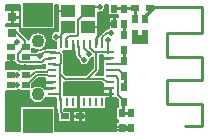
<source format=gtl>
%FSLAX24Y24*%
%MOIN*%
G70*
G01*
G75*
G04 Layer_Physical_Order=1*
G04 Layer_Color=255*
%ADD10C,0.0080*%
%ADD11R,0.0315X0.0110*%
%ADD12R,0.0250X0.0200*%
%ADD13R,0.0200X0.0250*%
%ADD14R,0.0110X0.0315*%
%ADD15R,0.0300X0.0300*%
%ADD16R,0.0472X0.0433*%
%ADD17R,0.0984X0.0787*%
%ADD18C,0.0100*%
%ADD19C,0.0050*%
%ADD20C,0.0080*%
%ADD21C,0.0433*%
%ADD22C,0.0200*%
G36*
X4825Y3000D02*
X4295D01*
Y3310D01*
X4825D01*
Y3000D01*
D02*
G37*
D10*
X3530Y3562D02*
G03*
X3458Y3504I80J-172D01*
G01*
X3420Y4240D02*
G03*
X3410Y4300I-190J0D01*
G01*
X3169Y4060D02*
G03*
X3420Y4240I61J180D01*
G01*
X3458Y3504D02*
G03*
X3389Y3471I12J-114D01*
G01*
X3458Y3504D02*
G03*
X3389Y3471I12J-114D01*
G01*
X3229Y3311D02*
G03*
X3200Y3265I81J-81D01*
G01*
X3229Y3311D02*
G03*
X3200Y3265I81J-81D01*
G01*
X2898Y2504D02*
G03*
X2995Y2556I-38J186D01*
G01*
X2407Y2638D02*
G03*
X2440Y2557I115J0D01*
G01*
X2407Y2638D02*
G03*
X2440Y2557I115J0D01*
G01*
X3191Y2069D02*
G03*
X3225Y2150I-81J81D01*
G01*
X3191Y2069D02*
G03*
X3225Y2150I-81J81D01*
G01*
X2520Y2477D02*
G03*
X2900Y2480I190J3D01*
G01*
X1847Y3438D02*
G03*
X1784Y3070I-67J-178D01*
G01*
X1466Y3106D02*
G03*
X856Y3146I-306J0D01*
G01*
X1466Y3106D02*
G03*
X856Y3146I-306J0D01*
G01*
X2045Y2670D02*
G03*
X2011Y2751I-115J0D01*
G01*
X2028Y2318D02*
G03*
X2045Y2377I-98J59D01*
G01*
X2028Y2318D02*
G03*
X2045Y2377I-98J59D01*
G01*
Y2670D02*
G03*
X2011Y2751I-115J0D01*
G01*
X2035Y2280D02*
G03*
X2028Y2318I-115J0D01*
G01*
X2035Y2280D02*
G03*
X2028Y2318I-115J0D01*
G01*
X1320Y2845D02*
G03*
X1466Y3106I-161J261D01*
G01*
X1356Y2850D02*
G03*
X1320Y2845I0J-115D01*
G01*
X1356Y2850D02*
G03*
X1320Y2845I0J-115D01*
G01*
D02*
G03*
X1466Y3106I-161J261D01*
G01*
X1310Y2295D02*
G03*
X1391Y2329I0J115D01*
G01*
X1310Y2295D02*
G03*
X1391Y2329I0J115D01*
G01*
X975Y2861D02*
G03*
X1179Y2800I184J245D01*
G01*
X1239Y2810D02*
G03*
X1285Y2826I-80J296D01*
G01*
X1239Y2810D02*
G03*
X1285Y2826I-80J296D01*
G01*
X975Y2861D02*
G03*
X1179Y2800I184J245D01*
G01*
D02*
G03*
X1097Y2745I61J-180D01*
G01*
X856Y3146D02*
G03*
X831Y3181I-106J-46D01*
G01*
X856Y3146D02*
G03*
X831Y3181I-106J-46D01*
G01*
X483Y2329D02*
G03*
X564Y2295I81J81D01*
G01*
X483Y2329D02*
G03*
X564Y2295I81J81D01*
G01*
X1080Y2205D02*
G03*
X999Y2171I0J-115D01*
G01*
X1402Y1521D02*
G03*
X975Y1579I-243J-187D01*
G01*
X1402Y1521D02*
G03*
X975Y1579I-243J-187D01*
G01*
X880Y1460D02*
G03*
X1441Y1212I279J-126D01*
G01*
X880Y1460D02*
G03*
X1441Y1212I279J-126D01*
G01*
X1815Y730D02*
G03*
X1845Y653I115J0D01*
G01*
X1815Y730D02*
G03*
X1845Y653I115J0D01*
G01*
X1080Y2205D02*
G03*
X999Y2171I0J-115D01*
G01*
X555Y2150D02*
G03*
X485Y2169I-85J-170D01*
G01*
X475Y1460D02*
G03*
X545Y1475I-5J190D01*
G01*
X3610Y3905D02*
Y3975D01*
X3660Y3905D02*
Y3975D01*
X3495Y3980D02*
X3530D01*
X3710Y3905D02*
Y3975D01*
X3830Y3905D02*
Y3975D01*
X3530D02*
X3830D01*
X3410Y4300D02*
X3495D01*
Y4300D02*
X3495Y3980D01*
X3410Y4300D02*
X3495D01*
X3420Y4250D02*
X3495D01*
X3416Y4200D02*
X3495D01*
X3760Y3905D02*
Y3975D01*
X3810Y3905D02*
Y3975D01*
X3530Y3905D02*
X3830D01*
X3560D02*
Y3975D01*
X3510Y3552D02*
Y3980D01*
X3460Y3507D02*
Y4300D01*
X3530Y3562D02*
Y3905D01*
X3169Y3950D02*
X3830D01*
X3169Y3900D02*
X3530D01*
X3169Y4000D02*
X3495D01*
X3169Y3800D02*
X3530D01*
X3169Y3750D02*
X3530D01*
X3169Y3850D02*
X3530D01*
X3397Y4150D02*
X3495D01*
X3358Y4100D02*
X3495D01*
X3169Y4050D02*
X3495D01*
X3169Y3650D02*
X3530D01*
X3169Y3600D02*
X3530D01*
X3169Y3700D02*
X3530D01*
X3169Y3550D02*
X3508D01*
X3410Y3488D02*
Y4179D01*
X3360Y3443D02*
Y4101D01*
X3229Y3311D02*
X3389Y3471D01*
X3169Y3500D02*
X3437D01*
X3338Y2590D02*
Y2645D01*
Y2590D02*
Y2645D01*
X3225Y2600D02*
X3338D01*
Y2487D02*
Y2590D01*
X3225Y2400D02*
X3338D01*
Y2394D02*
Y2487D01*
Y2290D02*
Y2394D01*
Y2487D01*
Y2197D02*
Y2290D01*
Y2197D02*
Y2290D01*
Y2000D02*
Y2093D01*
Y2000D02*
Y2093D01*
Y2197D01*
X3282Y1745D02*
X3338Y1689D01*
Y1606D02*
Y1689D01*
Y1503D02*
Y1606D01*
Y1689D01*
Y1409D02*
Y1503D01*
Y1409D02*
Y1503D01*
X3225Y2645D02*
X3338D01*
X3225Y2550D02*
X3338D01*
X3169Y3450D02*
X3367D01*
X3225Y2450D02*
X3338D01*
X3225Y2500D02*
X3338D01*
X3225Y2300D02*
X3338D01*
X3225Y2250D02*
X3338D01*
X3225Y2350D02*
X3338D01*
X3225Y2150D02*
X3338D01*
X3225Y2200D02*
X3338D01*
X3214Y2100D02*
X3338D01*
X3173Y2050D02*
X3338D01*
X3123Y2000D02*
X3338D01*
X2035Y1600D02*
X3338D01*
X2035Y1650D02*
X3338D01*
X3098Y1975D02*
X3330D01*
X2035Y1550D02*
X3338D01*
X2035Y1500D02*
X3338D01*
X2035Y1400D02*
X3338D01*
X2035Y1450D02*
X3338D01*
X3310Y3393D02*
Y4068D01*
X3260Y3343D02*
Y4052D01*
X3169Y3400D02*
X3317D01*
X3169Y3350D02*
X3267D01*
X3169Y3871D02*
Y4060D01*
X3210Y3287D02*
Y4051D01*
X3169Y3809D02*
Y3871D01*
Y3300D02*
X3219D01*
X3169Y3809D02*
Y3871D01*
Y3265D02*
X3200D01*
X3225Y2150D02*
Y2645D01*
X3169Y3265D02*
Y3809D01*
X3310Y1975D02*
Y2645D01*
X3260Y1975D02*
Y2645D01*
X2410Y1975D02*
Y2611D01*
X2407Y2638D02*
Y2770D01*
X2440Y2557D02*
X2520Y2477D01*
X2375Y2770D02*
X2407D01*
X2375D02*
X2407D01*
X2041Y2700D02*
X2407D01*
X2045Y2600D02*
X2413D01*
X2045Y2650D02*
X2407D01*
X2271Y2770D02*
X2375D01*
X2178D02*
X2271D01*
X2178D02*
X2271D01*
X2075D02*
X2178D01*
X2310Y1975D02*
Y2770D01*
X2360Y1975D02*
Y2770D01*
X2260Y1975D02*
Y2770D01*
X2160Y1975D02*
Y2770D01*
X2210Y1975D02*
Y2770D01*
X2110Y1975D02*
Y2770D01*
X2060Y2023D02*
Y2770D01*
X2045Y2377D02*
Y2670D01*
X2882Y2400D02*
X2995D01*
Y2198D02*
Y2556D01*
X2849Y2350D02*
X2995D01*
X2771Y2300D02*
X2995D01*
X2960Y2163D02*
Y2528D01*
X2910Y2113D02*
Y2507D01*
X2898Y2450D02*
X2995D01*
X2860Y2063D02*
Y2363D01*
X2810Y2013D02*
Y2318D01*
X3098Y1975D02*
X3191Y2069D01*
X3210Y1975D02*
Y2093D01*
X2772Y1975D02*
X2995Y2198D01*
X3160Y1975D02*
Y2037D01*
X2820Y1745D02*
X3282D01*
X2610Y1975D02*
Y2318D01*
X2760Y1975D02*
Y2297D01*
X2560Y1975D02*
Y2363D01*
X2710Y1975D02*
Y2290D01*
X2660Y1975D02*
Y2297D01*
X2035Y2250D02*
X2995D01*
X2035Y2200D02*
X2995D01*
X2035Y2100D02*
X2897D01*
X2035Y2150D02*
X2947D01*
X2045Y2500D02*
X2497D01*
X2045Y2450D02*
X2522D01*
X2045Y2550D02*
X2447D01*
X2045Y2400D02*
X2538D01*
X2042Y2350D02*
X2571D01*
X2083Y2000D02*
X2797D01*
X2108Y1975D02*
X2772D01*
X2035Y2050D02*
X2847D01*
X2060Y1745D02*
X2820D01*
X2035Y1700D02*
X3327D01*
X2460Y1975D02*
Y2537D01*
X2510Y1975D02*
Y2487D01*
X2035Y2048D02*
Y2280D01*
Y1360D02*
Y1748D01*
Y2048D02*
X2108Y1975D01*
X3785Y1212D02*
X3830Y1167D01*
X3453Y1150D02*
X3830D01*
X3453Y1100D02*
X3830D01*
X3453Y1000D02*
X3830D01*
X3453Y950D02*
X3830D01*
X3453Y1050D02*
X3830D01*
X3338Y1329D02*
Y1409D01*
X3453Y1200D02*
X3797D01*
X3453Y1212D02*
X3785D01*
X3710Y110D02*
Y1212D01*
X3760Y110D02*
Y1212D01*
X3660Y110D02*
Y1212D01*
X3830Y915D02*
Y1167D01*
X3810Y915D02*
Y1187D01*
X3460Y110D02*
Y1212D01*
X3510Y110D02*
Y1212D01*
X3453Y834D02*
Y1212D01*
X3610Y110D02*
Y1212D01*
X3560Y110D02*
Y1212D01*
X3260Y1329D02*
Y1745D01*
X3310Y1329D02*
Y1717D01*
X3210Y1329D02*
Y1745D01*
X3162Y1329D02*
X3338D01*
X2035Y1350D02*
X3338D01*
X3060Y1329D02*
Y1745D01*
X3110Y1329D02*
Y1745D01*
X3010Y1329D02*
Y1745D01*
X3160Y1329D02*
Y1745D01*
X3059Y1329D02*
X3162D01*
X2910D02*
Y1745D01*
X2960Y1329D02*
Y1745D01*
X2862Y1329D02*
X2966D01*
X3059D01*
X2966D02*
X3059D01*
X2810D02*
Y1745D01*
X2860Y1329D02*
Y1745D01*
X2769Y1329D02*
X2862D01*
X2769D02*
X2862D01*
X2665D02*
X2769D01*
X3780Y915D02*
X3830D01*
X3780Y485D02*
X3830D01*
X3453Y850D02*
X3780D01*
X3810Y415D02*
Y485D01*
X3830Y415D02*
Y485D01*
X3780Y415D02*
X3830D01*
X3453Y900D02*
X3780D01*
Y485D02*
Y915D01*
X3256Y834D02*
X3453D01*
X3059Y834D02*
X3256D01*
X2966D02*
X3059D01*
X3310Y110D02*
Y834D01*
X3360Y110D02*
Y834D01*
X3260Y110D02*
Y834D01*
X3780Y110D02*
Y415D01*
X3410Y110D02*
Y834D01*
X3060Y110D02*
Y834D01*
X3110Y110D02*
Y834D01*
X3010Y110D02*
Y834D01*
X3210Y110D02*
Y834D01*
X3160Y110D02*
Y834D01*
X2966D02*
X3059D01*
X2775Y750D02*
X3780D01*
X2044Y800D02*
X3780D01*
X2775Y650D02*
X3780D01*
X2775Y700D02*
X3780D01*
X2769Y834D02*
X2862D01*
X2966D01*
X2769D02*
X2862D01*
X2665D02*
X2769D01*
X2345Y790D02*
X2775D01*
Y600D02*
X3780D01*
X2960Y110D02*
Y834D01*
X2775Y550D02*
X3780D01*
X2775Y450D02*
X3830D01*
X2775Y500D02*
X3780D01*
X2860Y110D02*
Y834D01*
X2910Y110D02*
Y834D01*
X2810Y110D02*
Y834D01*
X2775Y410D02*
Y790D01*
X2345Y410D02*
X2775D01*
X2710Y1329D02*
Y1745D01*
X2760Y1329D02*
Y1745D01*
X2610Y1329D02*
Y1745D01*
X2572Y1329D02*
X2665D01*
X2660D02*
Y1745D01*
X2572Y1329D02*
X2665D01*
X2510D02*
Y1745D01*
X2560Y1329D02*
Y1745D01*
X2460Y1329D02*
Y1745D01*
X2468Y1329D02*
X2572D01*
X2610Y790D02*
Y834D01*
X2660Y790D02*
Y834D01*
X2572D02*
X2665D01*
X2710Y790D02*
Y834D01*
X2572D02*
X2665D01*
X2510Y790D02*
Y834D01*
X2468D02*
X2572D01*
X2460Y790D02*
Y834D01*
X2410Y790D02*
Y834D01*
X2375Y1329D02*
X2468D01*
X2410D02*
Y1745D01*
X2360Y1329D02*
Y1745D01*
X2375Y1329D02*
X2468D01*
X2271D02*
X2375D01*
X2260D02*
Y1745D01*
X2310Y1329D02*
Y1745D01*
X2060Y1329D02*
Y1745D01*
X2210Y1329D02*
Y1745D01*
X2178Y1329D02*
X2271D01*
X2178D02*
X2271D01*
X2375Y834D02*
X2468D01*
X2035Y1329D02*
X2178D01*
X2375Y834D02*
X2468D01*
X2075D02*
X2178D01*
X2110Y1329D02*
Y1745D01*
X2160Y1329D02*
Y1745D01*
X2035Y1329D02*
Y1360D01*
X2110Y790D02*
Y834D01*
X2044D02*
X2075D01*
X2560Y790D02*
Y834D01*
X2760Y790D02*
Y834D01*
X2360Y790D02*
Y834D01*
X2345Y410D02*
Y790D01*
X2275Y410D02*
Y790D01*
Y700D02*
X2345D01*
X2275Y750D02*
X2345D01*
X2610Y110D02*
Y410D01*
X2660Y110D02*
Y410D01*
X2560Y110D02*
Y410D01*
X2760Y110D02*
Y410D01*
X2710Y110D02*
Y410D01*
X2360Y110D02*
Y410D01*
X2410Y110D02*
Y410D01*
X2310Y110D02*
Y834D01*
X2510Y110D02*
Y410D01*
X2460Y110D02*
Y410D01*
X2271Y834D02*
X2375D01*
X2260Y790D02*
Y834D01*
X2178D02*
X2271D01*
X2178D02*
X2271D01*
X2044Y790D02*
X2275D01*
X2160D02*
Y834D01*
X2210Y790D02*
Y834D01*
X2044Y833D02*
X2075D01*
X2060Y790D02*
Y833D01*
X2044Y790D02*
Y833D01*
X2275Y600D02*
X2345D01*
X2275Y550D02*
X2345D01*
X2275Y650D02*
X2345D01*
X2275Y450D02*
X2345D01*
X2275Y500D02*
X2345D01*
X2110Y110D02*
Y410D01*
X2160Y110D02*
Y410D01*
X2060Y110D02*
Y410D01*
X2260Y110D02*
Y410D01*
X2210Y110D02*
Y410D01*
X1742Y4100D02*
X1847D01*
Y3871D02*
Y4300D01*
X1742Y4050D02*
X1847D01*
X1742Y3950D02*
X1847D01*
X1742Y3900D02*
X1847D01*
X1742Y4000D02*
X1847D01*
X1742Y4300D02*
X1847D01*
X1742Y4250D02*
X1847D01*
X1742Y4300D02*
X1847D01*
X1742Y4150D02*
X1847D01*
X1742Y4200D02*
X1847D01*
Y3809D02*
Y3871D01*
Y3809D02*
Y3871D01*
X1742Y3850D02*
X1847D01*
X1742Y3750D02*
X1847D01*
X1742Y3800D02*
X1847D01*
X1760Y3449D02*
Y4300D01*
X1810Y3448D02*
Y4300D01*
X1742Y3508D02*
Y4300D01*
X1847Y3438D02*
Y3809D01*
X1742Y3700D02*
X1847D01*
X1742Y3600D02*
X1847D01*
X1742Y3550D02*
X1847D01*
X1742Y3650D02*
X1847D01*
X563Y3450D02*
X1847D01*
X560Y3500D02*
X1847D01*
X1710Y3437D02*
Y3508D01*
X1660Y3407D02*
Y3508D01*
X577D02*
X1742D01*
X1345Y3350D02*
X1613D01*
X1245Y3400D02*
X1652D01*
X1610Y3345D02*
Y3508D01*
X1560Y2881D02*
Y3508D01*
X1510Y2881D02*
Y3508D01*
X1397Y3300D02*
X1594D01*
X1410Y3282D02*
Y3508D01*
X1460Y3166D02*
Y3508D01*
X1360Y3338D02*
Y3508D01*
X1710Y2881D02*
Y3083D01*
X1760Y2881D02*
Y3071D01*
X1466Y3100D02*
X1678D01*
X1461Y3050D02*
X1784D01*
Y2881D02*
Y3070D01*
X1447Y3000D02*
X1784D01*
X1463Y3150D02*
X1625D01*
X1610Y2881D02*
Y3175D01*
X1451Y3200D02*
X1600D01*
X1660Y2881D02*
Y3113D01*
X1460Y2881D02*
Y3046D01*
X1993Y2770D02*
X2075D01*
X1993Y2770D02*
X2075D01*
X2033Y2300D02*
X2649D01*
X2013Y2750D02*
X2407D01*
X1430Y3250D02*
X1590D01*
X1423Y2950D02*
X1784D01*
X1402Y2881D02*
X1784D01*
X1387Y2900D02*
X1784D01*
X1410Y2881D02*
Y2929D01*
X1402Y2850D02*
Y2881D01*
X1356Y2850D02*
X1402D01*
X1343Y2300D02*
X1402D01*
Y2290D02*
Y2340D01*
Y2205D02*
Y2290D01*
X110Y2250D02*
X1402D01*
X1360Y2205D02*
Y2306D01*
X1310Y2205D02*
Y2295D01*
X1080Y2205D02*
X1402D01*
X460Y4160D02*
Y4300D01*
X510Y4160D02*
Y4300D01*
X410Y4160D02*
Y4300D01*
X560Y3680D02*
Y4160D01*
X510Y3620D02*
Y3680D01*
X410Y3620D02*
Y3680D01*
X310Y4160D02*
Y4300D01*
X360Y4160D02*
Y4300D01*
Y3620D02*
Y3680D01*
X310Y3620D02*
Y3680D01*
X960Y3339D02*
Y3508D01*
X910Y3284D02*
Y3508D01*
X860Y3171D02*
Y3508D01*
X1260Y3395D02*
Y3508D01*
X1210Y3408D02*
Y3508D01*
X577D02*
Y4300D01*
X560Y3453D02*
Y4300D01*
X460Y3620D02*
Y3680D01*
X810Y3203D02*
Y3508D01*
X560Y3453D02*
Y3620D01*
X110Y4300D02*
X577D01*
X110Y4250D02*
X577D01*
X110Y4300D02*
X577D01*
X110Y4160D02*
X560D01*
X110Y4200D02*
X577D01*
X110Y4160D02*
Y4300D01*
X160Y4160D02*
Y4300D01*
X110Y4160D02*
Y4300D01*
X260Y4160D02*
Y4300D01*
X210Y4160D02*
Y4300D01*
X110Y3680D02*
X560D01*
X110Y3620D02*
X560D01*
X110Y3650D02*
X577D01*
X110Y3620D02*
Y3680D01*
X160Y3620D02*
Y3680D01*
X110Y3620D02*
Y3680D01*
X260Y3620D02*
Y3680D01*
X210Y3620D02*
Y3680D01*
X1160Y3412D02*
Y3508D01*
X1310Y3373D02*
Y3508D01*
X1110Y3408D02*
Y3508D01*
X1060Y3396D02*
Y3508D01*
X1010Y3373D02*
Y3508D01*
X975Y2800D02*
X1139D01*
X975Y2780D02*
Y2861D01*
X1110Y2759D02*
Y2803D01*
X975Y2750D02*
X1101D01*
X1260Y2205D02*
Y2295D01*
X1210Y2205D02*
Y2295D01*
X1010Y2745D02*
Y2838D01*
X1060Y2745D02*
Y2816D01*
X975Y2745D02*
Y2780D01*
Y2745D02*
X1097D01*
X975D02*
Y2780D01*
X663Y3350D02*
X974D01*
X713Y3300D02*
X922D01*
X613Y3400D02*
X1073D01*
X813Y3200D02*
X868D01*
X763Y3250D02*
X889D01*
X660Y3353D02*
Y3508D01*
X710Y3303D02*
Y3508D01*
X610Y3403D02*
Y3508D01*
X760Y3253D02*
Y3508D01*
X560Y3453D02*
X831Y3181D01*
X564Y2295D02*
X1310D01*
X419Y2393D02*
X483Y2329D01*
X110Y2400D02*
X412D01*
X110Y2300D02*
X531D01*
X110Y2350D02*
X462D01*
X1402Y1803D02*
Y1875D01*
Y1803D02*
Y1875D01*
Y2205D02*
Y2290D01*
X1441Y1212D02*
X1784D01*
X1402Y1699D02*
Y1803D01*
Y1606D02*
Y1699D01*
X1360Y1566D02*
Y1875D01*
X1402Y1521D02*
Y1606D01*
Y1699D01*
X1710Y932D02*
Y1212D01*
X1760Y110D02*
Y1212D01*
X1660Y932D02*
Y1212D01*
X1784Y833D02*
Y1212D01*
X1435Y1200D02*
X1784D01*
X1560Y932D02*
Y1212D01*
X1610Y932D02*
Y1212D01*
X1510Y932D02*
Y1212D01*
X1460Y932D02*
Y1212D01*
X1410Y932D02*
Y1158D01*
X1178Y1875D02*
X1402D01*
X1153Y1850D02*
X1402D01*
X1103Y1800D02*
X1402D01*
X1053Y1750D02*
X1402D01*
X975Y1650D02*
X1402D01*
X1110Y2205D02*
Y2295D01*
X1160Y2205D02*
Y2295D01*
X1003Y1700D02*
X1402D01*
X975Y1672D02*
X1178Y1875D01*
X1312Y1600D02*
X1402D01*
X1260Y1624D02*
Y1875D01*
X1310Y1601D02*
Y1875D01*
X1210Y1636D02*
Y1875D01*
X1160Y1641D02*
Y1857D01*
X1110Y1637D02*
Y1807D01*
X1815Y730D02*
Y833D01*
X1741Y500D02*
X1845D01*
Y410D02*
Y653D01*
X1741Y450D02*
X1845D01*
X1741Y850D02*
X1784D01*
Y833D02*
X1815D01*
X1741Y900D02*
X1784D01*
X1741Y750D02*
X1815D01*
X1741Y800D02*
X1815D01*
X1845Y410D02*
X2275D01*
X2010Y110D02*
Y410D01*
X1741Y200D02*
X3780D01*
X1741Y110D02*
X3780D01*
X1741Y150D02*
X3780D01*
X1810Y110D02*
Y833D01*
X1860Y110D02*
Y410D01*
X1741Y110D02*
Y932D01*
X1960Y110D02*
Y410D01*
X1910Y110D02*
Y410D01*
X1404Y1150D02*
X1784D01*
X1357Y1100D02*
X1784D01*
X1274Y1050D02*
X1784D01*
X110Y950D02*
X1784D01*
X110Y1000D02*
X1784D01*
X1310Y932D02*
Y1067D01*
X1360Y932D02*
Y1102D01*
X1110Y932D02*
Y1032D01*
X1160Y932D02*
Y1028D01*
X577Y932D02*
X1741D01*
Y400D02*
X3780D01*
X1741Y350D02*
X3780D01*
X1741Y650D02*
X1845D01*
X1741Y250D02*
X3780D01*
X1741Y300D02*
X3780D01*
X1260Y932D02*
Y1045D01*
X1741Y700D02*
X1819D01*
X1210Y932D02*
Y1032D01*
X1741Y550D02*
X1845D01*
X1741Y600D02*
X1845D01*
X910Y2170D02*
Y2295D01*
X960Y2170D02*
Y2295D01*
X860Y2170D02*
Y2295D01*
X1060Y2203D02*
Y2295D01*
X1010Y2181D02*
Y2295D01*
X610Y2170D02*
Y2295D01*
X660Y2170D02*
Y2295D01*
X560Y2170D02*
Y2295D01*
X810Y2170D02*
Y2295D01*
X760Y2170D02*
Y2295D01*
X1060Y1624D02*
Y1757D01*
X1010Y1602D02*
Y1707D01*
X555Y2170D02*
X985D01*
X975Y1600D02*
X1007D01*
X975Y1579D02*
Y1672D01*
X860Y1400D02*
Y1460D01*
X760Y932D02*
Y1460D01*
X710Y2170D02*
Y2295D01*
Y932D02*
Y1460D01*
X660Y932D02*
Y1460D01*
X410Y2170D02*
Y2400D01*
X460Y2170D02*
Y2352D01*
X360Y2170D02*
Y2400D01*
X110Y2170D02*
X470D01*
X110Y2200D02*
X1047D01*
X110Y2170D02*
Y2400D01*
X210Y2170D02*
Y2400D01*
X110Y2170D02*
Y2400D01*
X310Y2170D02*
Y2400D01*
X260Y2170D02*
Y2400D01*
X510Y2166D02*
Y2309D01*
X545Y1460D02*
X880D01*
X510Y110D02*
Y1464D01*
X310Y110D02*
Y1460D01*
X360Y110D02*
Y1460D01*
X160Y2170D02*
Y2400D01*
X260Y110D02*
Y1460D01*
X110Y110D02*
Y1460D01*
Y1400D02*
X860D01*
X110Y1250D02*
X865D01*
X110Y1450D02*
X876D01*
X110Y1200D02*
X884D01*
X910Y932D02*
Y1156D01*
X110Y1150D02*
X914D01*
X610Y932D02*
Y1460D01*
X810Y932D02*
Y1460D01*
X110D02*
X470D01*
X860Y932D02*
Y1269D01*
X110Y1300D02*
X855D01*
X960Y932D02*
Y1101D01*
X1010Y932D02*
Y1067D01*
X560Y110D02*
Y1460D01*
X1060Y932D02*
Y1044D01*
X577Y110D02*
Y932D01*
X160Y110D02*
Y1460D01*
X210Y110D02*
Y1460D01*
X110Y110D02*
Y1460D01*
X460Y110D02*
Y1460D01*
X410Y110D02*
Y1460D01*
X110Y1100D02*
X962D01*
X110Y1050D02*
X1045D01*
X110Y1350D02*
X853D01*
X110Y850D02*
X577D01*
X110Y900D02*
X577D01*
X110Y750D02*
X577D01*
X110Y700D02*
X577D01*
X110Y800D02*
X577D01*
X110Y600D02*
X577D01*
X110Y650D02*
X577D01*
X110Y250D02*
X577D01*
X110Y200D02*
X577D01*
X110Y300D02*
X577D01*
X110Y110D02*
X577D01*
X110Y150D02*
X577D01*
X110Y500D02*
X577D01*
X110Y450D02*
X577D01*
X110Y550D02*
X577D01*
X110Y350D02*
X577D01*
X110Y400D02*
X577D01*
X2840Y3580D02*
X3210D01*
X3230Y3600D02*
Y3700D01*
X3210Y3580D02*
X3230Y3600D01*
X3670Y160D02*
X4310D01*
X3670Y250D02*
X4290D01*
X1760Y4110D02*
X1770Y4120D01*
X2150D01*
D11*
X1650Y1358D02*
D03*
X1650Y1948D02*
D03*
Y2145D02*
D03*
Y1554D02*
D03*
X3586Y1358D02*
D03*
Y1554D02*
D03*
Y2145D02*
D03*
Y2342D02*
D03*
Y2539D02*
D03*
Y1751D02*
D03*
Y1948D02*
D03*
X1650Y2736D02*
D03*
Y2539D02*
D03*
Y1751D02*
D03*
Y2342D02*
D03*
X3586Y2736D02*
D03*
D12*
X760Y2920D02*
D03*
X260D02*
D03*
X2060Y600D02*
D03*
X2560D02*
D03*
X760Y1650D02*
D03*
X770Y1980D02*
D03*
X270D02*
D03*
X760Y2590D02*
D03*
X260D02*
D03*
Y1650D02*
D03*
X4410Y4210D02*
D03*
X4910D02*
D03*
D13*
X4050Y3690D02*
D03*
Y4190D02*
D03*
X4740Y3350D02*
D03*
X4050Y3320D02*
D03*
Y2820D02*
D03*
X3970Y700D02*
D03*
Y200D02*
D03*
X3720Y4190D02*
D03*
X4280Y700D02*
D03*
Y200D02*
D03*
X4050Y1580D02*
D03*
Y1080D02*
D03*
X3720Y3690D02*
D03*
X4050Y1950D02*
D03*
Y2450D02*
D03*
X4400Y3340D02*
D03*
Y3840D02*
D03*
X4740Y3850D02*
D03*
D14*
X2126Y1081D02*
D03*
X2323D02*
D03*
X2717D02*
D03*
X2914D02*
D03*
X1930Y1080D02*
D03*
X3111Y1081D02*
D03*
X2520D02*
D03*
X3307Y3017D02*
D03*
X3111Y3017D02*
D03*
X2520D02*
D03*
X2323D02*
D03*
X2126D02*
D03*
X2914D02*
D03*
X2717D02*
D03*
X1930Y3017D02*
D03*
X3307Y1082D02*
D03*
D15*
X320Y3380D02*
D03*
Y3920D02*
D03*
D16*
X2843Y3565D02*
D03*
Y4116D02*
D03*
X2173Y3565D02*
D03*
Y4116D02*
D03*
D17*
X1159Y448D02*
D03*
X1159Y3992D02*
D03*
D18*
X3720Y3690D02*
Y3865D01*
X3570Y3690D02*
X3720D01*
X3378Y2539D02*
X3586D01*
X3378Y1554D02*
X3586D01*
X3111Y3017D02*
Y3225D01*
X2323Y2810D02*
Y3017D01*
X3378Y1358D02*
X3586D01*
Y1252D02*
Y1358D01*
X2520Y1081D02*
Y1289D01*
Y874D02*
Y1081D01*
X2560Y600D02*
Y750D01*
Y600D02*
X2735D01*
X2560Y450D02*
Y600D01*
X2385D02*
X2560D01*
X320Y3920D02*
Y4120D01*
Y3920D02*
X520D01*
X320Y3720D02*
Y3920D01*
X260Y2440D02*
Y2590D01*
X1442Y1554D02*
X1650D01*
X1442Y1751D02*
X1650D01*
X4000Y700D02*
X4280D01*
X4060Y1550D02*
Y1960D01*
X4050Y2440D02*
Y2790D01*
Y3280D02*
Y3640D01*
X4000Y700D02*
Y1110D01*
X3581Y1331D02*
Y1528D01*
X5050Y4260D02*
X6630D01*
Y3387D02*
Y4260D01*
X5471Y3387D02*
X6630D01*
X5471Y2577D02*
Y3387D01*
Y2577D02*
X6630D01*
Y1797D02*
Y2577D01*
X5461Y1797D02*
X6630D01*
X5461Y1027D02*
Y1797D01*
Y1027D02*
X6630D01*
Y287D02*
Y1027D01*
X6070Y287D02*
X6630D01*
X4710Y3920D02*
X5050Y4260D01*
X4410Y3880D02*
Y4210D01*
X4400Y3870D02*
X4410Y3880D01*
X3700Y4210D02*
X4410D01*
X4700Y3920D02*
X4710D01*
D19*
X3044Y2760D02*
X3500D01*
X2060Y1860D02*
X3330D01*
X1618Y2720D02*
X1880D01*
X1920Y1160D02*
Y2280D01*
X3110Y2150D02*
Y2760D01*
X2820Y1860D02*
X3110Y2150D01*
X1918Y1358D02*
X1920Y1360D01*
X1650Y1358D02*
X1918D01*
X2850Y2670D02*
Y2740D01*
X3500Y2760D02*
X3540Y2720D01*
X3470Y3390D02*
X3640D01*
X3310Y2951D02*
Y3230D01*
X3470Y3390D01*
X3520Y2720D02*
Y3130D01*
X260Y2900D02*
X300D01*
X470Y3070D01*
X280Y2920D02*
X290Y2910D01*
X470Y3070D02*
X480D01*
X820Y1940D02*
X930D01*
X785Y1685D02*
X825D01*
X930Y1940D02*
X1080Y2090D01*
X500Y2680D02*
X720Y2900D01*
X500Y2474D02*
Y2680D01*
Y2474D02*
X564Y2410D01*
X750Y2930D02*
Y3100D01*
X450Y3400D02*
X750Y3100D01*
X1930Y730D02*
Y1080D01*
Y730D02*
X2070Y590D01*
X1080Y2090D02*
X1460D01*
X1500Y2130D02*
X1650D01*
X1460Y2090D02*
X1500Y2130D01*
X825Y1685D02*
X1130Y1990D01*
X1480D01*
X1600Y1940D02*
X1610Y1930D01*
X1530Y1940D02*
X1600D01*
X1480Y1990D02*
X1530Y1940D01*
X1637Y1560D02*
X1659Y1538D01*
X4000Y1110D02*
Y1160D01*
X3460Y1730D02*
X3546D01*
X3330Y1860D02*
X3460Y1730D01*
X564Y2410D02*
X1310D01*
X1920Y1160D02*
X1930Y1150D01*
X1240Y2620D02*
X1356Y2736D01*
X1220Y2630D02*
X1230Y2640D01*
X780Y2630D02*
X1220D01*
X1356Y2736D02*
X1650D01*
X1930Y1990D02*
X2060Y1860D01*
X3623Y2130D02*
X3633Y2140D01*
X3640Y2330D02*
X3650Y2340D01*
X3720Y3690D02*
Y3740D01*
X2720Y2870D02*
X2850Y2740D01*
X2720Y2870D02*
Y2970D01*
X3581Y1932D02*
X3758D01*
X1590Y1740D02*
X1605Y1725D01*
X1876Y2324D02*
X1930Y2377D01*
X1876Y2324D02*
X1920Y2280D01*
X1310Y2410D02*
X1420Y2520D01*
X1931Y3301D02*
X2180Y3550D01*
X1931Y2951D02*
Y3301D01*
X1780Y3260D02*
X1931D01*
X2900Y2960D02*
X2910Y2970D01*
Y2894D02*
X3044Y2760D01*
X2910Y2894D02*
Y2970D01*
X2522Y2638D02*
X2680Y2480D01*
X2522Y2638D02*
Y2951D01*
X1720Y2324D02*
X1876D01*
X2510Y3310D02*
Y3800D01*
X2473Y3273D02*
X2510Y3310D01*
X1420Y2520D02*
X1600D01*
X2860Y4090D02*
X3010Y4240D01*
X3230D01*
X2120Y2940D02*
Y3180D01*
X2510Y3800D02*
X2810Y4100D01*
X2212Y3273D02*
X2473D01*
X2120Y3180D02*
X2212Y3273D01*
X3309Y2951D02*
Y3089D01*
X3310Y3090D01*
X1930Y2377D02*
Y2670D01*
X3840Y1320D02*
X4000Y1160D01*
X3840Y1320D02*
Y1850D01*
X3758Y1932D02*
X3840Y1850D01*
X1618Y2720D02*
Y2735D01*
X1880Y2720D02*
X1930Y2670D01*
X320Y3400D02*
X450D01*
D20*
X3112Y3197D02*
X3190Y3275D01*
X3960Y2340D02*
X4050Y2430D01*
X3880Y2140D02*
X4060Y1960D01*
X3633Y2140D02*
X3880D01*
X3650Y2340D02*
X3960D01*
X3190Y3275D02*
Y3460D01*
X3112Y2991D02*
Y3197D01*
D21*
X1159Y1334D02*
D03*
Y3106D02*
D03*
D22*
X480Y3070D02*
D03*
X4720Y3100D02*
D03*
X2690Y1480D02*
D03*
X3140Y1440D02*
D03*
X2520Y2260D02*
D03*
X470Y1650D02*
D03*
X1610Y1090D02*
D03*
X2180Y1430D02*
D03*
X2980Y230D02*
D03*
X2100Y2250D02*
D03*
X830Y3290D02*
D03*
X470Y1980D02*
D03*
X1810Y4120D02*
D03*
X3380Y4040D02*
D03*
X220Y200D02*
D03*
X2860Y2690D02*
D03*
X3690Y1100D02*
D03*
X2710Y2480D02*
D03*
X1240Y2620D02*
D03*
X1780Y3260D02*
D03*
X3230Y4240D02*
D03*
X1270Y1750D02*
D03*
X3490Y3710D02*
D03*
X250Y2300D02*
D03*
X180Y4230D02*
D03*
X3300Y2540D02*
D03*
X1910Y220D02*
D03*
X3610Y3390D02*
D03*
X3520Y3130D02*
D03*
X4120Y200D02*
D03*
X2860Y710D02*
D03*
X720Y1080D02*
D03*
X3700Y200D02*
D03*
X750Y2230D02*
D03*
X220Y1240D02*
D03*
X1550Y3000D02*
D03*
X510Y4230D02*
D03*
X1410Y3430D02*
D03*
X3230Y3700D02*
D03*
X4430Y3100D02*
D03*
X220Y720D02*
D03*
M02*

</source>
